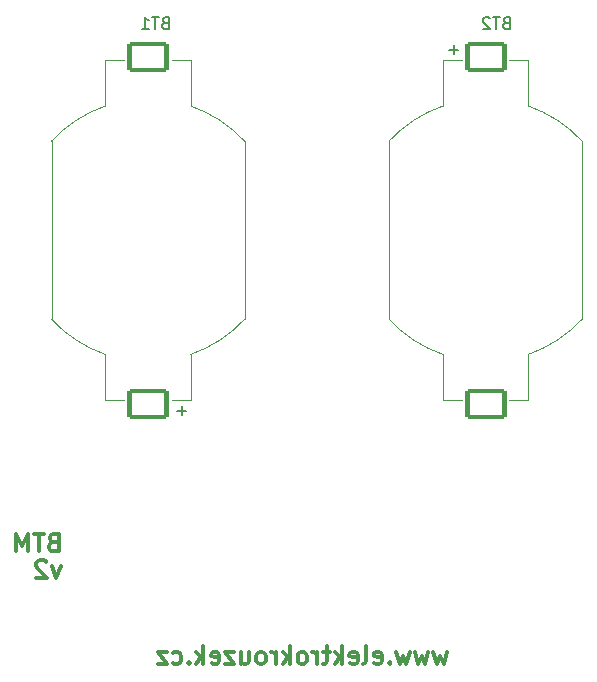
<source format=gbo>
G04 #@! TF.GenerationSoftware,KiCad,Pcbnew,8.0.6*
G04 #@! TF.CreationDate,2024-12-27T14:26:58+01:00*
G04 #@! TF.ProjectId,Minutka,4d696e75-746b-4612-9e6b-696361645f70,rev?*
G04 #@! TF.SameCoordinates,Original*
G04 #@! TF.FileFunction,Legend,Bot*
G04 #@! TF.FilePolarity,Positive*
%FSLAX46Y46*%
G04 Gerber Fmt 4.6, Leading zero omitted, Abs format (unit mm)*
G04 Created by KiCad (PCBNEW 8.0.6) date 2024-12-27 14:26:58*
%MOMM*%
%LPD*%
G01*
G04 APERTURE LIST*
G04 Aperture macros list*
%AMRoundRect*
0 Rectangle with rounded corners*
0 $1 Rounding radius*
0 $2 $3 $4 $5 $6 $7 $8 $9 X,Y pos of 4 corners*
0 Add a 4 corners polygon primitive as box body*
4,1,4,$2,$3,$4,$5,$6,$7,$8,$9,$2,$3,0*
0 Add four circle primitives for the rounded corners*
1,1,$1+$1,$2,$3*
1,1,$1+$1,$4,$5*
1,1,$1+$1,$6,$7*
1,1,$1+$1,$8,$9*
0 Add four rect primitives between the rounded corners*
20,1,$1+$1,$2,$3,$4,$5,0*
20,1,$1+$1,$4,$5,$6,$7,0*
20,1,$1+$1,$6,$7,$8,$9,0*
20,1,$1+$1,$8,$9,$2,$3,0*%
%AMRotRect*
0 Rectangle, with rotation*
0 The origin of the aperture is its center*
0 $1 length*
0 $2 width*
0 $3 Rotation angle, in degrees counterclockwise*
0 Add horizontal line*
21,1,$1,$2,0,0,$3*%
G04 Aperture macros list end*
%ADD10C,0.300000*%
%ADD11C,0.150000*%
%ADD12C,0.120000*%
%ADD13C,3.050000*%
%ADD14RotRect,1.800000X1.800000X150.000000*%
%ADD15C,1.800000*%
%ADD16RotRect,1.800000X1.800000X315.000000*%
%ADD17RotRect,1.800000X1.800000X240.000000*%
%ADD18R,1.800000X1.800000*%
%ADD19R,1.600000X1.600000*%
%ADD20C,1.600000*%
%ADD21RotRect,1.800000X1.800000X15.000000*%
%ADD22RotRect,1.800000X1.800000X210.000000*%
%ADD23RotRect,1.800000X1.800000X285.000000*%
%ADD24RotRect,1.800000X1.800000X165.000000*%
%ADD25RotRect,1.800000X1.800000X225.000000*%
%ADD26C,1.000000*%
%ADD27RotRect,1.800000X1.800000X30.000000*%
%ADD28RotRect,1.800000X1.800000X195.000000*%
%ADD29RotRect,1.800000X1.800000X300.000000*%
%ADD30RotRect,1.800000X1.800000X345.000000*%
%ADD31C,2.000000*%
%ADD32RotRect,1.800000X1.800000X255.000000*%
%ADD33RotRect,1.800000X1.800000X330.000000*%
%ADD34RotRect,1.800000X1.800000X135.000000*%
%ADD35RoundRect,0.200000X1.550000X-1.100000X1.550000X1.100000X-1.550000X1.100000X-1.550000X-1.100000X0*%
%ADD36RoundRect,0.200000X-1.550000X1.100000X-1.550000X-1.100000X1.550000X-1.100000X1.550000X1.100000X0*%
G04 APERTURE END LIST*
D10*
X161653346Y-130233328D02*
X161367632Y-131233328D01*
X161367632Y-131233328D02*
X161081917Y-130519042D01*
X161081917Y-130519042D02*
X160796203Y-131233328D01*
X160796203Y-131233328D02*
X160510489Y-130233328D01*
X160081917Y-130233328D02*
X159796203Y-131233328D01*
X159796203Y-131233328D02*
X159510488Y-130519042D01*
X159510488Y-130519042D02*
X159224774Y-131233328D01*
X159224774Y-131233328D02*
X158939060Y-130233328D01*
X158510488Y-130233328D02*
X158224774Y-131233328D01*
X158224774Y-131233328D02*
X157939059Y-130519042D01*
X157939059Y-130519042D02*
X157653345Y-131233328D01*
X157653345Y-131233328D02*
X157367631Y-130233328D01*
X156796202Y-131090471D02*
X156724773Y-131161900D01*
X156724773Y-131161900D02*
X156796202Y-131233328D01*
X156796202Y-131233328D02*
X156867630Y-131161900D01*
X156867630Y-131161900D02*
X156796202Y-131090471D01*
X156796202Y-131090471D02*
X156796202Y-131233328D01*
X155510487Y-131161900D02*
X155653344Y-131233328D01*
X155653344Y-131233328D02*
X155939059Y-131233328D01*
X155939059Y-131233328D02*
X156081916Y-131161900D01*
X156081916Y-131161900D02*
X156153344Y-131019042D01*
X156153344Y-131019042D02*
X156153344Y-130447614D01*
X156153344Y-130447614D02*
X156081916Y-130304757D01*
X156081916Y-130304757D02*
X155939059Y-130233328D01*
X155939059Y-130233328D02*
X155653344Y-130233328D01*
X155653344Y-130233328D02*
X155510487Y-130304757D01*
X155510487Y-130304757D02*
X155439059Y-130447614D01*
X155439059Y-130447614D02*
X155439059Y-130590471D01*
X155439059Y-130590471D02*
X156153344Y-130733328D01*
X154581916Y-131233328D02*
X154724773Y-131161900D01*
X154724773Y-131161900D02*
X154796202Y-131019042D01*
X154796202Y-131019042D02*
X154796202Y-129733328D01*
X153439059Y-131161900D02*
X153581916Y-131233328D01*
X153581916Y-131233328D02*
X153867631Y-131233328D01*
X153867631Y-131233328D02*
X154010488Y-131161900D01*
X154010488Y-131161900D02*
X154081916Y-131019042D01*
X154081916Y-131019042D02*
X154081916Y-130447614D01*
X154081916Y-130447614D02*
X154010488Y-130304757D01*
X154010488Y-130304757D02*
X153867631Y-130233328D01*
X153867631Y-130233328D02*
X153581916Y-130233328D01*
X153581916Y-130233328D02*
X153439059Y-130304757D01*
X153439059Y-130304757D02*
X153367631Y-130447614D01*
X153367631Y-130447614D02*
X153367631Y-130590471D01*
X153367631Y-130590471D02*
X154081916Y-130733328D01*
X152724774Y-131233328D02*
X152724774Y-129733328D01*
X152581917Y-130661900D02*
X152153345Y-131233328D01*
X152153345Y-130233328D02*
X152724774Y-130804757D01*
X151724773Y-130233328D02*
X151153345Y-130233328D01*
X151510488Y-129733328D02*
X151510488Y-131019042D01*
X151510488Y-131019042D02*
X151439059Y-131161900D01*
X151439059Y-131161900D02*
X151296202Y-131233328D01*
X151296202Y-131233328D02*
X151153345Y-131233328D01*
X150653345Y-131233328D02*
X150653345Y-130233328D01*
X150653345Y-130519042D02*
X150581916Y-130376185D01*
X150581916Y-130376185D02*
X150510488Y-130304757D01*
X150510488Y-130304757D02*
X150367630Y-130233328D01*
X150367630Y-130233328D02*
X150224773Y-130233328D01*
X149510488Y-131233328D02*
X149653345Y-131161900D01*
X149653345Y-131161900D02*
X149724774Y-131090471D01*
X149724774Y-131090471D02*
X149796202Y-130947614D01*
X149796202Y-130947614D02*
X149796202Y-130519042D01*
X149796202Y-130519042D02*
X149724774Y-130376185D01*
X149724774Y-130376185D02*
X149653345Y-130304757D01*
X149653345Y-130304757D02*
X149510488Y-130233328D01*
X149510488Y-130233328D02*
X149296202Y-130233328D01*
X149296202Y-130233328D02*
X149153345Y-130304757D01*
X149153345Y-130304757D02*
X149081917Y-130376185D01*
X149081917Y-130376185D02*
X149010488Y-130519042D01*
X149010488Y-130519042D02*
X149010488Y-130947614D01*
X149010488Y-130947614D02*
X149081917Y-131090471D01*
X149081917Y-131090471D02*
X149153345Y-131161900D01*
X149153345Y-131161900D02*
X149296202Y-131233328D01*
X149296202Y-131233328D02*
X149510488Y-131233328D01*
X148367631Y-131233328D02*
X148367631Y-129733328D01*
X148224774Y-130661900D02*
X147796202Y-131233328D01*
X147796202Y-130233328D02*
X148367631Y-130804757D01*
X147153345Y-131233328D02*
X147153345Y-130233328D01*
X147153345Y-130519042D02*
X147081916Y-130376185D01*
X147081916Y-130376185D02*
X147010488Y-130304757D01*
X147010488Y-130304757D02*
X146867630Y-130233328D01*
X146867630Y-130233328D02*
X146724773Y-130233328D01*
X146010488Y-131233328D02*
X146153345Y-131161900D01*
X146153345Y-131161900D02*
X146224774Y-131090471D01*
X146224774Y-131090471D02*
X146296202Y-130947614D01*
X146296202Y-130947614D02*
X146296202Y-130519042D01*
X146296202Y-130519042D02*
X146224774Y-130376185D01*
X146224774Y-130376185D02*
X146153345Y-130304757D01*
X146153345Y-130304757D02*
X146010488Y-130233328D01*
X146010488Y-130233328D02*
X145796202Y-130233328D01*
X145796202Y-130233328D02*
X145653345Y-130304757D01*
X145653345Y-130304757D02*
X145581917Y-130376185D01*
X145581917Y-130376185D02*
X145510488Y-130519042D01*
X145510488Y-130519042D02*
X145510488Y-130947614D01*
X145510488Y-130947614D02*
X145581917Y-131090471D01*
X145581917Y-131090471D02*
X145653345Y-131161900D01*
X145653345Y-131161900D02*
X145796202Y-131233328D01*
X145796202Y-131233328D02*
X146010488Y-131233328D01*
X144224774Y-130233328D02*
X144224774Y-131233328D01*
X144867631Y-130233328D02*
X144867631Y-131019042D01*
X144867631Y-131019042D02*
X144796202Y-131161900D01*
X144796202Y-131161900D02*
X144653345Y-131233328D01*
X144653345Y-131233328D02*
X144439059Y-131233328D01*
X144439059Y-131233328D02*
X144296202Y-131161900D01*
X144296202Y-131161900D02*
X144224774Y-131090471D01*
X143653345Y-130233328D02*
X142867631Y-130233328D01*
X142867631Y-130233328D02*
X143653345Y-131233328D01*
X143653345Y-131233328D02*
X142867631Y-131233328D01*
X141724773Y-131161900D02*
X141867630Y-131233328D01*
X141867630Y-131233328D02*
X142153345Y-131233328D01*
X142153345Y-131233328D02*
X142296202Y-131161900D01*
X142296202Y-131161900D02*
X142367630Y-131019042D01*
X142367630Y-131019042D02*
X142367630Y-130447614D01*
X142367630Y-130447614D02*
X142296202Y-130304757D01*
X142296202Y-130304757D02*
X142153345Y-130233328D01*
X142153345Y-130233328D02*
X141867630Y-130233328D01*
X141867630Y-130233328D02*
X141724773Y-130304757D01*
X141724773Y-130304757D02*
X141653345Y-130447614D01*
X141653345Y-130447614D02*
X141653345Y-130590471D01*
X141653345Y-130590471D02*
X142367630Y-130733328D01*
X141010488Y-131233328D02*
X141010488Y-129733328D01*
X140867631Y-130661900D02*
X140439059Y-131233328D01*
X140439059Y-130233328D02*
X141010488Y-130804757D01*
X139796202Y-131090471D02*
X139724773Y-131161900D01*
X139724773Y-131161900D02*
X139796202Y-131233328D01*
X139796202Y-131233328D02*
X139867630Y-131161900D01*
X139867630Y-131161900D02*
X139796202Y-131090471D01*
X139796202Y-131090471D02*
X139796202Y-131233328D01*
X138439059Y-131161900D02*
X138581916Y-131233328D01*
X138581916Y-131233328D02*
X138867630Y-131233328D01*
X138867630Y-131233328D02*
X139010487Y-131161900D01*
X139010487Y-131161900D02*
X139081916Y-131090471D01*
X139081916Y-131090471D02*
X139153344Y-130947614D01*
X139153344Y-130947614D02*
X139153344Y-130519042D01*
X139153344Y-130519042D02*
X139081916Y-130376185D01*
X139081916Y-130376185D02*
X139010487Y-130304757D01*
X139010487Y-130304757D02*
X138867630Y-130233328D01*
X138867630Y-130233328D02*
X138581916Y-130233328D01*
X138581916Y-130233328D02*
X138439059Y-130304757D01*
X137939059Y-130233328D02*
X137153345Y-130233328D01*
X137153345Y-130233328D02*
X137939059Y-131233328D01*
X137939059Y-131233328D02*
X137153345Y-131233328D01*
X128950846Y-122930828D02*
X128593703Y-123930828D01*
X128593703Y-123930828D02*
X128236560Y-122930828D01*
X127736560Y-122573685D02*
X127665132Y-122502257D01*
X127665132Y-122502257D02*
X127522275Y-122430828D01*
X127522275Y-122430828D02*
X127165132Y-122430828D01*
X127165132Y-122430828D02*
X127022275Y-122502257D01*
X127022275Y-122502257D02*
X126950846Y-122573685D01*
X126950846Y-122573685D02*
X126879417Y-122716542D01*
X126879417Y-122716542D02*
X126879417Y-122859400D01*
X126879417Y-122859400D02*
X126950846Y-123073685D01*
X126950846Y-123073685D02*
X127807989Y-123930828D01*
X127807989Y-123930828D02*
X126879417Y-123930828D01*
X128307989Y-120922614D02*
X128093703Y-120994042D01*
X128093703Y-120994042D02*
X128022274Y-121065471D01*
X128022274Y-121065471D02*
X127950846Y-121208328D01*
X127950846Y-121208328D02*
X127950846Y-121422614D01*
X127950846Y-121422614D02*
X128022274Y-121565471D01*
X128022274Y-121565471D02*
X128093703Y-121636900D01*
X128093703Y-121636900D02*
X128236560Y-121708328D01*
X128236560Y-121708328D02*
X128807989Y-121708328D01*
X128807989Y-121708328D02*
X128807989Y-120208328D01*
X128807989Y-120208328D02*
X128307989Y-120208328D01*
X128307989Y-120208328D02*
X128165132Y-120279757D01*
X128165132Y-120279757D02*
X128093703Y-120351185D01*
X128093703Y-120351185D02*
X128022274Y-120494042D01*
X128022274Y-120494042D02*
X128022274Y-120636900D01*
X128022274Y-120636900D02*
X128093703Y-120779757D01*
X128093703Y-120779757D02*
X128165132Y-120851185D01*
X128165132Y-120851185D02*
X128307989Y-120922614D01*
X128307989Y-120922614D02*
X128807989Y-120922614D01*
X127522274Y-120208328D02*
X126665132Y-120208328D01*
X127093703Y-121708328D02*
X127093703Y-120208328D01*
X126165132Y-121708328D02*
X126165132Y-120208328D01*
X126165132Y-120208328D02*
X125665132Y-121279757D01*
X125665132Y-121279757D02*
X125165132Y-120208328D01*
X125165132Y-120208328D02*
X125165132Y-121708328D01*
D11*
X137785714Y-76931009D02*
X137642857Y-76978628D01*
X137642857Y-76978628D02*
X137595238Y-77026247D01*
X137595238Y-77026247D02*
X137547619Y-77121485D01*
X137547619Y-77121485D02*
X137547619Y-77264342D01*
X137547619Y-77264342D02*
X137595238Y-77359580D01*
X137595238Y-77359580D02*
X137642857Y-77407200D01*
X137642857Y-77407200D02*
X137738095Y-77454819D01*
X137738095Y-77454819D02*
X138119047Y-77454819D01*
X138119047Y-77454819D02*
X138119047Y-76454819D01*
X138119047Y-76454819D02*
X137785714Y-76454819D01*
X137785714Y-76454819D02*
X137690476Y-76502438D01*
X137690476Y-76502438D02*
X137642857Y-76550057D01*
X137642857Y-76550057D02*
X137595238Y-76645295D01*
X137595238Y-76645295D02*
X137595238Y-76740533D01*
X137595238Y-76740533D02*
X137642857Y-76835771D01*
X137642857Y-76835771D02*
X137690476Y-76883390D01*
X137690476Y-76883390D02*
X137785714Y-76931009D01*
X137785714Y-76931009D02*
X138119047Y-76931009D01*
X137261904Y-76454819D02*
X136690476Y-76454819D01*
X136976190Y-77454819D02*
X136976190Y-76454819D01*
X135833333Y-77454819D02*
X136404761Y-77454819D01*
X136119047Y-77454819D02*
X136119047Y-76454819D01*
X136119047Y-76454819D02*
X136214285Y-76597676D01*
X136214285Y-76597676D02*
X136309523Y-76692914D01*
X136309523Y-76692914D02*
X136404761Y-76740533D01*
X139206366Y-109426548D02*
X139206366Y-110188453D01*
X139587319Y-109807500D02*
X138825414Y-109807500D01*
X166650714Y-76931009D02*
X166507857Y-76978628D01*
X166507857Y-76978628D02*
X166460238Y-77026247D01*
X166460238Y-77026247D02*
X166412619Y-77121485D01*
X166412619Y-77121485D02*
X166412619Y-77264342D01*
X166412619Y-77264342D02*
X166460238Y-77359580D01*
X166460238Y-77359580D02*
X166507857Y-77407200D01*
X166507857Y-77407200D02*
X166603095Y-77454819D01*
X166603095Y-77454819D02*
X166984047Y-77454819D01*
X166984047Y-77454819D02*
X166984047Y-76454819D01*
X166984047Y-76454819D02*
X166650714Y-76454819D01*
X166650714Y-76454819D02*
X166555476Y-76502438D01*
X166555476Y-76502438D02*
X166507857Y-76550057D01*
X166507857Y-76550057D02*
X166460238Y-76645295D01*
X166460238Y-76645295D02*
X166460238Y-76740533D01*
X166460238Y-76740533D02*
X166507857Y-76835771D01*
X166507857Y-76835771D02*
X166555476Y-76883390D01*
X166555476Y-76883390D02*
X166650714Y-76931009D01*
X166650714Y-76931009D02*
X166984047Y-76931009D01*
X166126904Y-76454819D02*
X165555476Y-76454819D01*
X165841190Y-77454819D02*
X165841190Y-76454819D01*
X165269761Y-76550057D02*
X165222142Y-76502438D01*
X165222142Y-76502438D02*
X165126904Y-76454819D01*
X165126904Y-76454819D02*
X164888809Y-76454819D01*
X164888809Y-76454819D02*
X164793571Y-76502438D01*
X164793571Y-76502438D02*
X164745952Y-76550057D01*
X164745952Y-76550057D02*
X164698333Y-76645295D01*
X164698333Y-76645295D02*
X164698333Y-76740533D01*
X164698333Y-76740533D02*
X164745952Y-76883390D01*
X164745952Y-76883390D02*
X165317380Y-77454819D01*
X165317380Y-77454819D02*
X164698333Y-77454819D01*
X162211366Y-78826548D02*
X162211366Y-79588453D01*
X162592319Y-79207500D02*
X161830414Y-79207500D01*
D12*
X128177500Y-102051100D02*
X128177500Y-86963900D01*
X132727500Y-80137500D02*
X134337500Y-80137500D01*
X132727500Y-83993200D02*
X132727500Y-80137500D01*
X132727500Y-108877500D02*
X132727500Y-105021800D01*
X134337500Y-108877500D02*
X132727500Y-108877500D01*
X138357500Y-80137500D02*
X139967500Y-80137500D01*
X139967500Y-80137500D02*
X139967500Y-83993200D01*
X139967500Y-105021800D02*
X139967500Y-108877500D01*
X139967500Y-108877500D02*
X138357500Y-108877500D01*
X144517500Y-86963900D02*
X144517500Y-102051100D01*
X128177500Y-86963900D02*
G75*
G02*
X132727500Y-83993200I8210336J-7605362D01*
G01*
X132727500Y-105021800D02*
G75*
G02*
X128177499Y-102051101I3660350J10576090D01*
G01*
X139967500Y-83993200D02*
G75*
G02*
X144517500Y-86963900I-3660336J-10576062D01*
G01*
X144517500Y-102051100D02*
G75*
G02*
X139967500Y-105021801I-8210310J7605320D01*
G01*
X156752500Y-102051100D02*
X156752500Y-86963900D01*
X161302500Y-80137500D02*
X162912500Y-80137500D01*
X161302500Y-83993200D02*
X161302500Y-80137500D01*
X161302500Y-108877500D02*
X161302500Y-105021800D01*
X162912500Y-108877500D02*
X161302500Y-108877500D01*
X166932500Y-80137500D02*
X168542500Y-80137500D01*
X168542500Y-80137500D02*
X168542500Y-83993200D01*
X168542500Y-105021800D02*
X168542500Y-108877500D01*
X168542500Y-108877500D02*
X166932500Y-108877500D01*
X173092500Y-86963900D02*
X173092500Y-102051100D01*
X156752500Y-86963900D02*
G75*
G02*
X161302500Y-83993199I8210310J-7605320D01*
G01*
X161302500Y-105021800D02*
G75*
G02*
X156752500Y-102051100I3660336J10576062D01*
G01*
X168542500Y-83993200D02*
G75*
G02*
X173092501Y-86963899I-3660350J-10576090D01*
G01*
X173092500Y-102051100D02*
G75*
G02*
X168542500Y-105021800I-8210336J7605362D01*
G01*
%LPC*%
D13*
X141525000Y-122500000D02*
G75*
G02*
X138475000Y-122500000I-1525000J0D01*
G01*
X138475000Y-122500000D02*
G75*
G02*
X141525000Y-122500000I1525000J0D01*
G01*
X159525000Y-77000000D02*
G75*
G02*
X156475000Y-77000000I-1525000J0D01*
G01*
X156475000Y-77000000D02*
G75*
G02*
X159525000Y-77000000I1525000J0D01*
G01*
D14*
X177367177Y-115749290D03*
D15*
X175167472Y-114479290D03*
D16*
X127690546Y-77653979D03*
D15*
X129486597Y-79450030D03*
D17*
X165760447Y-72640824D03*
D15*
X164490447Y-74840529D03*
D18*
X181576304Y-99997920D03*
D15*
X179036304Y-99997920D03*
D19*
X146200000Y-127500000D03*
D20*
X153800000Y-127500000D03*
D21*
X119485510Y-108146180D03*
D15*
X121938962Y-107488780D03*
D22*
X177392289Y-84284720D03*
D15*
X175192584Y-85554720D03*
D23*
X141805045Y-69505345D03*
D15*
X142462445Y-71958797D03*
D24*
X180519677Y-108147432D03*
D15*
X178066225Y-107490032D03*
D18*
X150013150Y-68414566D03*
D15*
X150013150Y-70954566D03*
D25*
X172345872Y-77705545D03*
D15*
X170549821Y-79501596D03*
D26*
X147225000Y-82825000D03*
X147225000Y-85365000D03*
D18*
X118433664Y-100007179D03*
D15*
X120973664Y-100007179D03*
D27*
X122597444Y-115780636D03*
D15*
X124797149Y-114510636D03*
D28*
X180509297Y-91822963D03*
D15*
X178055845Y-92480363D03*
D18*
X148725000Y-100000000D03*
D15*
X151265000Y-100000000D03*
D29*
X134199774Y-72672169D03*
D15*
X135469774Y-74871874D03*
D30*
X119502084Y-91756294D03*
D15*
X121955536Y-92413694D03*
D31*
X134750000Y-112750000D03*
X141250000Y-112750000D03*
X134750000Y-117250000D03*
X141250000Y-117250000D03*
D19*
X148000000Y-112500000D03*
D20*
X150000000Y-112500000D03*
X152000000Y-112500000D03*
X148000000Y-117500000D03*
X150000000Y-117500000D03*
X152000000Y-117500000D03*
D32*
X158195977Y-69499485D03*
D15*
X157538577Y-71952937D03*
D33*
X122657374Y-84222850D03*
D15*
X124857079Y-85492850D03*
D34*
X172330322Y-122317492D03*
D15*
X170534271Y-120521441D03*
D31*
X158750000Y-112750000D03*
X165250000Y-112750000D03*
X158750000Y-117250000D03*
X165250000Y-117250000D03*
D35*
X136347500Y-109207500D03*
X136347500Y-79807500D03*
D36*
X164922500Y-79807500D03*
X164922500Y-109207500D03*
%LPD*%
M02*

</source>
